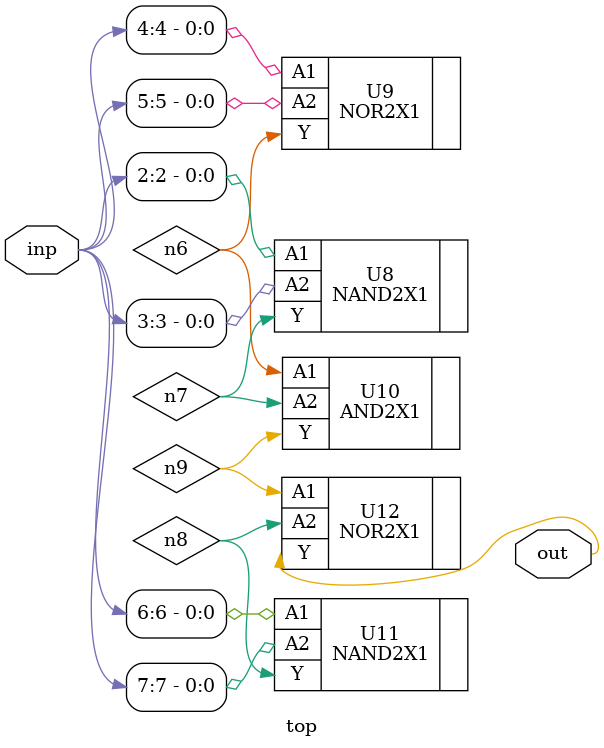
<source format=sv>


module top ( inp, out );
  input [7:0] inp;
  output out;
  wire   n6, n7, n8, n9;

  NAND2X1 U8 ( .A1(inp[2]), .A2(inp[3]), .Y(n7) );
  NOR2X1 U9 ( .A1(inp[4]), .A2(inp[5]), .Y(n6) );
  AND2X1 U10 ( .A1(n6), .A2(n7), .Y(n9) );
  NAND2X1 U11 ( .A1(inp[6]), .A2(inp[7]), .Y(n8) );
  NOR2X1 U12 ( .A1(n9), .A2(n8), .Y(out) );
endmodule


</source>
